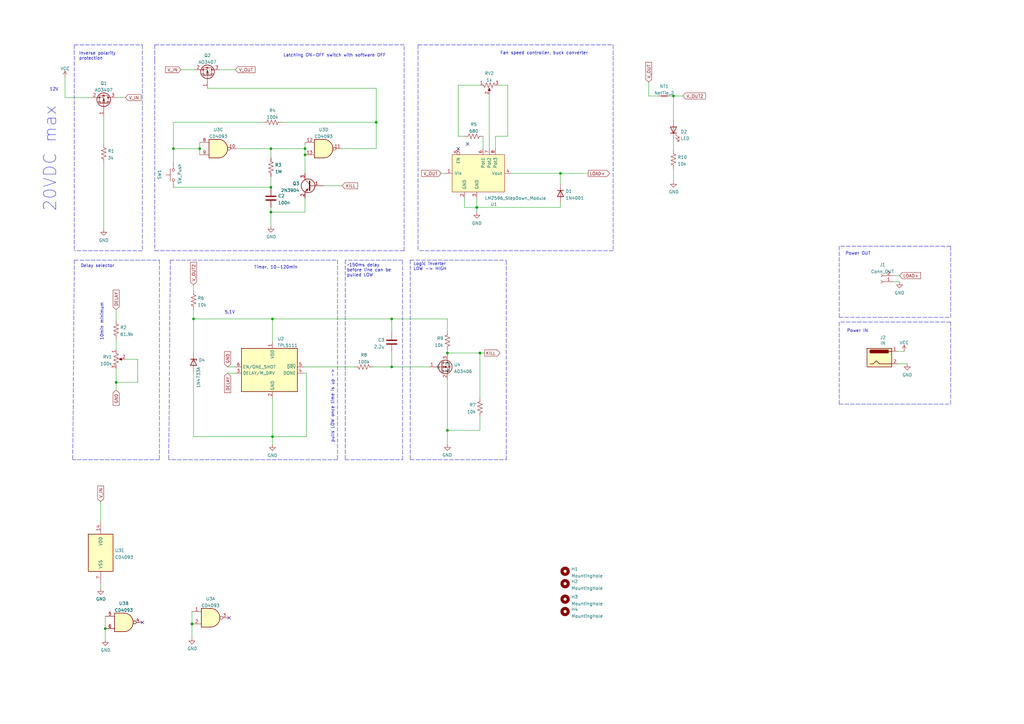
<source format=kicad_sch>
(kicad_sch (version 20211123) (generator eeschema)
  (paper "A3")
  (lib_symbols
    (symbol "!my-kicad-library:AO3406"
      (property "Reference" "U" (at -1.27 -5.08 0))
      (property "Value" "AO3406" (at 5.08 -2.54 0))
      (symbol "AO3406_0_1"
        (circle (center -0.889 0) (radius 2.794) (stroke (width 0.254)))
        (circle (center 0 -1.778) (radius 0.254) (fill (type outline)))
        (polyline (pts (xy -2.286 0) (xy -5.08 0)))
        (polyline (pts (xy -2.286 1.905) (xy -2.286 -1.905)) (stroke (width 0.254)))
        (polyline (pts (xy -1.778 -1.27) (xy -1.778 -2.286)) (stroke (width 0.254)))
        (polyline (pts (xy -1.778 0.508) (xy -1.778 -0.508)) (stroke (width 0.254)))
        (polyline (pts (xy -1.778 2.286) (xy -1.778 1.27)) (stroke (width 0.254)))
        (polyline (pts (xy 0 2.54) (xy 0 1.778)))
        (polyline (pts (xy 0 -2.54) (xy 0 0) (xy -1.778 0)))
        (polyline (pts (xy -1.778 -1.778) (xy 0.762 -1.778) (xy 0.762 1.778) (xy -1.778 1.778)))
        (polyline (pts (xy -1.524 0) (xy -0.508 0.381) (xy -0.508 -0.381) (xy -1.524 0)) (fill (type outline)))
        (polyline (pts (xy 0.254 0.508) (xy 0.381 0.381) (xy 1.143 0.381) (xy 1.27 0.254)))
        (polyline (pts (xy 0.762 0.381) (xy 0.381 -0.254) (xy 1.143 -0.254) (xy 0.762 0.381)))
        (circle (center 0 1.778) (radius 0.254) (fill (type outline)))
      )
      (symbol "AO3406_1_1"
        (pin input line (at -7.62 0 0) (length 2.54) (name "G") (number "1"))
        (pin passive line (at 0 -5.08 90) (length 2.54) (name "S") (number "2"))
        (pin passive line (at 0 5.08 270) (length 2.54) (name "D") (number "3"))
      )
    )
    (symbol "!my-kicad-library:LM2596_StepDown_Module" (pin_names (offset 1.016))
      (property "Reference" "U" (at 1.27 3.81 0))
      (property "Value" "LM2596_StepDown_Module" (at 0 20.32 0))
      (symbol "LM2596_StepDown_Module_0_1"
        (rectangle (start -7.62 10.16) (end 13.97 -5.08) (fill (type background)))
      )
      (symbol "LM2596_StepDown_Module_1_1"
        (pin power_in line (at -10.16 2.54 0) (length 2.54) (name "Vin") (number "1"))
        (pin power_in line (at -2.54 -7.62 90) (length 2.54) (name "GND") (number "2"))
        (pin power_in line (at 2.54 -7.62 90) (length 2.54) (name "GND") (number "3"))
        (pin power_out line (at 16.51 2.54 180) (length 2.54) (name "Vout") (number "4"))
        (pin input inverted (at -5.08 12.7 270) (length 2.54) (name "EN") (number "5"))
        (pin input line (at 5.08 12.7 270) (length 2.54) (name "Pot1") (number "6"))
        (pin input line (at 7.62 12.7 270) (length 2.54) (name "Pot2") (number "7"))
        (pin input line (at 10.16 12.7 270) (length 2.54) (name "Pot3") (number "8"))
      )
    )
    (symbol "4xxx:4011" (pin_names (offset 1.016))
      (property "Reference" "U" (at 0 1.27 0))
      (property "Value" "4011" (at 0 -1.27 0))
      (symbol "4011_1_1"
        (arc (start 0 -3.81) (mid 3.81 0) (end 0 3.81) (stroke (width 0.254)) (fill (type background)))
        (polyline (pts (xy 0 3.81) (xy -3.81 3.81) (xy -3.81 -3.81) (xy 0 -3.81)) (stroke (width 0.254)) (fill (type background)))
        (pin input line (at -7.62 2.54 0) (length 3.81) (name "~") (number "1"))
        (pin input line (at -7.62 -2.54 0) (length 3.81) (name "~") (number "2"))
        (pin output inverted (at 7.62 0 180) (length 3.81) (name "~") (number "3"))
      )
      (symbol "4011_1_2"
        (arc (start -3.81 -3.81) (mid -2.589 0) (end -3.81 3.81) (stroke (width 0.254)))
        (arc (start -0.6096 -3.81) (mid 2.1855 -2.584) (end 3.81 0) (stroke (width 0.254)) (fill (type background)))
        (polyline (pts (xy -3.81 -3.81) (xy -0.635 -3.81)) (stroke (width 0.254)) (fill (type background)))
        (polyline (pts (xy -3.81 3.81) (xy -0.635 3.81)) (stroke (width 0.254)) (fill (type background)))
        (polyline (pts (xy -0.635 3.81) (xy -3.81 3.81) (xy -3.81 3.81) (xy -3.556 3.4036) (xy -3.0226 2.2606) (xy -2.6924 1.0414) (xy -2.6162 -0.254) (xy -2.7686 -1.4986) (xy -3.175 -2.7178) (xy -3.81 -3.81) (xy -3.81 -3.81) (xy -0.635 -3.81)) (stroke (width -25.4)) (fill (type background)))
        (arc (start 3.81 0) (mid 2.1928 2.5925) (end -0.6096 3.81) (stroke (width 0.254)) (fill (type background)))
        (pin input inverted (at -7.62 2.54 0) (length 4.318) (name "~") (number "1"))
        (pin input inverted (at -7.62 -2.54 0) (length 4.318) (name "~") (number "2"))
        (pin output line (at 7.62 0 180) (length 3.81) (name "~") (number "3"))
      )
      (symbol "4011_2_1"
        (arc (start 0 -3.81) (mid 3.81 0) (end 0 3.81) (stroke (width 0.254)) (fill (type background)))
        (polyline (pts (xy 0 3.81) (xy -3.81 3.81) (xy -3.81 -3.81) (xy 0 -3.81)) (stroke (width 0.254)) (fill (type background)))
        (pin output inverted (at 7.62 0 180) (length 3.81) (name "~") (number "4"))
        (pin input line (at -7.62 2.54 0) (length 3.81) (name "~") (number "5"))
        (pin input line (at -7.62 -2.54 0) (length 3.81) (name "~") (number "6"))
      )
      (symbol "4011_2_2"
        (arc (start -3.81 -3.81) (mid -2.589 0) (end -3.81 3.81) (stroke (width 0.254)))
        (arc (start -0.6096 -3.81) (mid 2.1855 -2.584) (end 3.81 0) (stroke (width 0.254)) (fill (type background)))
        (polyline (pts (xy -3.81 -3.81) (xy -0.635 -3.81)) (stroke (width 0.254)) (fill (type background)))
        (polyline (pts (xy -3.81 3.81) (xy -0.635 3.81)) (stroke (width 0.254)) (fill (type background)))
        (polyline (pts (xy -0.635 3.81) (xy -3.81 3.81) (xy -3.81 3.81) (xy -3.556 3.4036) (xy -3.0226 2.2606) (xy -2.6924 1.0414) (xy -2.6162 -0.254) (xy -2.7686 -1.4986) (xy -3.175 -2.7178) (xy -3.81 -3.81) (xy -3.81 -3.81) (xy -0.635 -3.81)) (stroke (width -25.4)) (fill (type background)))
        (arc (start 3.81 0) (mid 2.1928 2.5925) (end -0.6096 3.81) (stroke (width 0.254)) (fill (type background)))
        (pin output line (at 7.62 0 180) (length 3.81) (name "~") (number "4"))
        (pin input inverted (at -7.62 2.54 0) (length 4.318) (name "~") (number "5"))
        (pin input inverted (at -7.62 -2.54 0) (length 4.318) (name "~") (number "6"))
      )
      (symbol "4011_3_1"
        (arc (start 0 -3.81) (mid 3.81 0) (end 0 3.81) (stroke (width 0.254)) (fill (type background)))
        (polyline (pts (xy 0 3.81) (xy -3.81 3.81) (xy -3.81 -3.81) (xy 0 -3.81)) (stroke (width 0.254)) (fill (type background)))
        (pin output inverted (at 7.62 0 180) (length 3.81) (name "~") (number "10"))
        (pin input line (at -7.62 2.54 0) (length 3.81) (name "~") (number "8"))
        (pin input line (at -7.62 -2.54 0) (length 3.81) (name "~") (number "9"))
      )
      (symbol "4011_3_2"
        (arc (start -3.81 -3.81) (mid -2.589 0) (end -3.81 3.81) (stroke (width 0.254)))
        (arc (start -0.6096 -3.81) (mid 2.1855 -2.584) (end 3.81 0) (stroke (width 0.254)) (fill (type background)))
        (polyline (pts (xy -3.81 -3.81) (xy -0.635 -3.81)) (stroke (width 0.254)) (fill (type background)))
        (polyline (pts (xy -3.81 3.81) (xy -0.635 3.81)) (stroke (width 0.254)) (fill (type background)))
        (polyline (pts (xy -0.635 3.81) (xy -3.81 3.81) (xy -3.81 3.81) (xy -3.556 3.4036) (xy -3.0226 2.2606) (xy -2.6924 1.0414) (xy -2.6162 -0.254) (xy -2.7686 -1.4986) (xy -3.175 -2.7178) (xy -3.81 -3.81) (xy -3.81 -3.81) (xy -0.635 -3.81)) (stroke (width -25.4)) (fill (type background)))
        (arc (start 3.81 0) (mid 2.1928 2.5925) (end -0.6096 3.81) (stroke (width 0.254)) (fill (type background)))
        (pin output line (at 7.62 0 180) (length 3.81) (name "~") (number "10"))
        (pin input inverted (at -7.62 2.54 0) (length 4.318) (name "~") (number "8"))
        (pin input inverted (at -7.62 -2.54 0) (length 4.318) (name "~") (number "9"))
      )
      (symbol "4011_4_1"
        (arc (start 0 -3.81) (mid 3.81 0) (end 0 3.81) (stroke (width 0.254)) (fill (type background)))
        (polyline (pts (xy 0 3.81) (xy -3.81 3.81) (xy -3.81 -3.81) (xy 0 -3.81)) (stroke (width 0.254)) (fill (type background)))
        (pin output inverted (at 7.62 0 180) (length 3.81) (name "~") (number "11"))
        (pin input line (at -7.62 2.54 0) (length 3.81) (name "~") (number "12"))
        (pin input line (at -7.62 -2.54 0) (length 3.81) (name "~") (number "13"))
      )
      (symbol "4011_4_2"
        (arc (start -3.81 -3.81) (mid -2.589 0) (end -3.81 3.81) (stroke (width 0.254)))
        (arc (start -0.6096 -3.81) (mid 2.1855 -2.584) (end 3.81 0) (stroke (width 0.254)) (fill (type background)))
        (polyline (pts (xy -3.81 -3.81) (xy -0.635 -3.81)) (stroke (width 0.254)) (fill (type background)))
        (polyline (pts (xy -3.81 3.81) (xy -0.635 3.81)) (stroke (width 0.254)) (fill (type background)))
        (polyline (pts (xy -0.635 3.81) (xy -3.81 3.81) (xy -3.81 3.81) (xy -3.556 3.4036) (xy -3.0226 2.2606) (xy -2.6924 1.0414) (xy -2.6162 -0.254) (xy -2.7686 -1.4986) (xy -3.175 -2.7178) (xy -3.81 -3.81) (xy -3.81 -3.81) (xy -0.635 -3.81)) (stroke (width -25.4)) (fill (type background)))
        (arc (start 3.81 0) (mid 2.1928 2.5925) (end -0.6096 3.81) (stroke (width 0.254)) (fill (type background)))
        (pin output line (at 7.62 0 180) (length 3.81) (name "~") (number "11"))
        (pin input inverted (at -7.62 2.54 0) (length 4.318) (name "~") (number "12"))
        (pin input inverted (at -7.62 -2.54 0) (length 4.318) (name "~") (number "13"))
      )
      (symbol "4011_5_0"
        (pin power_in line (at 0 12.7 270) (length 5.08) (name "VDD") (number "14"))
        (pin power_in line (at 0 -12.7 90) (length 5.08) (name "VSS") (number "7"))
      )
      (symbol "4011_5_1"
        (rectangle (start -5.08 7.62) (end 5.08 -7.62) (stroke (width 0.254)) (fill (type background)))
      )
    )
    (symbol "Connector:Barrel_Jack" (pin_names (offset 1.016))
      (property "Reference" "J" (at 0 5.334 0))
      (property "Value" "Barrel_Jack" (at 0 -5.08 0))
      (symbol "Barrel_Jack_0_1"
        (rectangle (start -5.08 3.81) (end 5.08 -3.81) (stroke (width 0.254)) (fill (type background)))
        (arc (start -3.302 3.175) (mid -3.937 2.54) (end -3.302 1.905) (stroke (width 0.254)))
        (arc (start -3.302 3.175) (mid -3.937 2.54) (end -3.302 1.905) (stroke (width 0.254)) (fill (type outline)))
        (polyline (pts (xy 5.08 2.54) (xy 3.81 2.54)) (stroke (width 0.254)))
        (polyline (pts (xy -3.81 -2.54) (xy -2.54 -2.54) (xy -1.27 -1.27) (xy 0 -2.54) (xy 2.54 -2.54) (xy 5.08 -2.54)) (stroke (width 0.254)))
        (rectangle (start 3.683 3.175) (end -3.302 1.905) (stroke (width 0.254)) (fill (type outline)))
      )
      (symbol "Barrel_Jack_1_1"
        (pin passive line (at 7.62 2.54 180) (length 2.54) (name "~") (number "1"))
        (pin passive line (at 7.62 -2.54 180) (length 2.54) (name "~") (number "2"))
      )
    )
    (symbol "Connector:Conn_01x02_Female" (pin_names (offset 1.016) hide)
      (property "Reference" "J" (at 0 2.54 0))
      (property "Value" "Conn_01x02_Female" (at 0 -5.08 0))
      (symbol "Conn_01x02_Female_1_1"
        (arc (start 0 -2.032) (mid -0.508 -2.54) (end 0 -3.048) (stroke (width 0.1524)))
        (polyline (pts (xy -1.27 -2.54) (xy -0.508 -2.54)) (stroke (width 0.1524)))
        (polyline (pts (xy -1.27 0) (xy -0.508 0)) (stroke (width 0.1524)))
        (arc (start 0 0.508) (mid -0.508 0) (end 0 -0.508) (stroke (width 0.1524)))
        (pin passive line (at -5.08 0 0) (length 3.81) (name "Pin_1") (number "1"))
        (pin passive line (at -5.08 -2.54 0) (length 3.81) (name "Pin_2") (number "2"))
      )
    )
    (symbol "Device:C" (pin_numbers hide) (pin_names (offset 0.254))
      (property "Reference" "C" (at 0.635 2.54 0))
      (property "Value" "C" (at 0.635 -2.54 0))
      (symbol "C_0_1"
        (polyline (pts (xy -2.032 -0.762) (xy 2.032 -0.762)) (stroke (width 0.508)))
        (polyline (pts (xy -2.032 0.762) (xy 2.032 0.762)) (stroke (width 0.508)))
      )
      (symbol "C_1_1"
        (pin passive line (at 0 3.81 270) (length 2.794) (name "~") (number "1"))
        (pin passive line (at 0 -3.81 90) (length 2.794) (name "~") (number "2"))
      )
    )
    (symbol "Device:LED" (pin_numbers hide) (pin_names (offset 1.016) hide)
      (property "Reference" "D" (at 0 2.54 0))
      (property "Value" "LED" (at 0 -2.54 0))
      (symbol "LED_0_1"
        (polyline (pts (xy -1.27 -1.27) (xy -1.27 1.27)) (stroke (width 0.254)))
        (polyline (pts (xy -1.27 0) (xy 1.27 0)))
        (polyline (pts (xy 1.27 -1.27) (xy 1.27 1.27) (xy -1.27 0) (xy 1.27 -1.27)) (stroke (width 0.254)))
        (polyline (pts (xy -3.048 -0.762) (xy -4.572 -2.286) (xy -3.81 -2.286) (xy -4.572 -2.286) (xy -4.572 -1.524)))
        (polyline (pts (xy -1.778 -0.762) (xy -3.302 -2.286) (xy -2.54 -2.286) (xy -3.302 -2.286) (xy -3.302 -1.524)))
      )
      (symbol "LED_1_1"
        (pin passive line (at -3.81 0 0) (length 2.54) (name "K") (number "1"))
        (pin passive line (at 3.81 0 180) (length 2.54) (name "A") (number "2"))
      )
    )
    (symbol "Device:NetTie_2" (pin_numbers hide) (pin_names (offset 0) hide)
      (property "Reference" "NT" (at 0 1.27 0))
      (property "Value" "NetTie_2" (at 0 -1.27 0))
      (symbol "NetTie_2_0_1"
        (polyline (pts (xy -1.27 0) (xy 1.27 0)) (stroke (width 0.254)))
      )
      (symbol "NetTie_2_1_1"
        (pin passive line (at -2.54 0 0) (length 2.54) (name "1") (number "1"))
        (pin passive line (at 2.54 0 180) (length 2.54) (name "2") (number "2"))
      )
    )
    (symbol "Device:Q_NPN_BEC" (pin_names (offset 0) hide)
      (property "Reference" "Q" (at 5.08 1.27 0))
      (property "Value" "Q_NPN_BEC" (at 5.08 -1.27 0))
      (symbol "Q_NPN_BEC_0_1"
        (polyline (pts (xy 0.635 0.635) (xy 2.54 2.54)))
        (polyline (pts (xy 0.635 -0.635) (xy 2.54 -2.54) (xy 2.54 -2.54)))
        (polyline (pts (xy 0.635 1.905) (xy 0.635 -1.905) (xy 0.635 -1.905)) (stroke (width 0.508)))
        (polyline (pts (xy 1.27 -1.778) (xy 1.778 -1.27) (xy 2.286 -2.286) (xy 1.27 -1.778) (xy 1.27 -1.778)) (fill (type outline)))
        (circle (center 1.27 0) (radius 2.8194) (stroke (width 0.254)))
      )
      (symbol "Q_NPN_BEC_1_1"
        (pin input line (at -5.08 0 0) (length 5.715) (name "B") (number "1"))
        (pin passive line (at 2.54 -5.08 90) (length 2.54) (name "E") (number "2"))
        (pin passive line (at 2.54 5.08 270) (length 2.54) (name "C") (number "3"))
      )
    )
    (symbol "Device:R_Potentiometer_US" (pin_names (offset 1.016) hide)
      (property "Reference" "RV" (at -4.445 0 90))
      (property "Value" "R_Potentiometer_US" (at -2.54 0 90))
      (symbol "R_Potentiometer_US_0_1"
        (polyline (pts (xy 0 -2.286) (xy 0 -2.54)))
        (polyline (pts (xy 0 2.54) (xy 0 2.286)))
        (polyline (pts (xy 2.54 0) (xy 1.524 0)))
        (polyline (pts (xy 1.143 0) (xy 2.286 0.508) (xy 2.286 -0.508) (xy 1.143 0)) (fill (type outline)))
        (polyline (pts (xy 0 -0.762) (xy 1.016 -1.143) (xy 0 -1.524) (xy -1.016 -1.905) (xy 0 -2.286)))
        (polyline (pts (xy 0 0.762) (xy 1.016 0.381) (xy 0 0) (xy -1.016 -0.381) (xy 0 -0.762)))
        (polyline (pts (xy 0 2.286) (xy 1.016 1.905) (xy 0 1.524) (xy -1.016 1.143) (xy 0 0.762)))
      )
      (symbol "R_Potentiometer_US_1_1"
        (pin passive line (at 0 3.81 270) (length 1.27) (name "1") (number "1"))
        (pin passive line (at 3.81 0 180) (length 1.27) (name "2") (number "2"))
        (pin passive line (at 0 -3.81 90) (length 1.27) (name "3") (number "3"))
      )
    )
    (symbol "Device:R_US" (pin_numbers hide) (pin_names (offset 0))
      (property "Reference" "R" (at 2.54 0 90))
      (property "Value" "R_US" (at -2.54 0 90))
      (symbol "R_US_0_1"
        (polyline (pts (xy 0 -2.286) (xy 0 -2.54)))
        (polyline (pts (xy 0 2.286) (xy 0 2.54)))
        (polyline (pts (xy 0 -0.762) (xy 1.016 -1.143) (xy 0 -1.524) (xy -1.016 -1.905) (xy 0 -2.286)))
        (polyline (pts (xy 0 0.762) (xy 1.016 0.381) (xy 0 0) (xy -1.016 -0.381) (xy 0 -0.762)))
        (polyline (pts (xy 0 2.286) (xy 1.016 1.905) (xy 0 1.524) (xy -1.016 1.143) (xy 0 0.762)))
      )
      (symbol "R_US_1_1"
        (pin passive line (at 0 3.81 270) (length 1.27) (name "~") (number "1"))
        (pin passive line (at 0 -3.81 90) (length 1.27) (name "~") (number "2"))
      )
    )
    (symbol "Diode:1N4001" (pin_numbers hide) (pin_names (offset 1.016) hide)
      (property "Reference" "D" (at 0 2.54 0))
      (property "Value" "1N4001" (at 0 -2.54 0))
      (symbol "1N4001_0_1"
        (polyline (pts (xy -1.27 1.27) (xy -1.27 -1.27)) (stroke (width 0.254)))
        (polyline (pts (xy 1.27 0) (xy -1.27 0)))
        (polyline (pts (xy 1.27 1.27) (xy 1.27 -1.27) (xy -1.27 0) (xy 1.27 1.27)) (stroke (width 0.254)))
      )
      (symbol "1N4001_1_1"
        (pin passive line (at -3.81 0 0) (length 2.54) (name "K") (number "1"))
        (pin passive line (at 3.81 0 180) (length 2.54) (name "A") (number "2"))
      )
    )
    (symbol "Diode:1N47xxA" (pin_numbers hide) (pin_names (offset 1.016) hide)
      (property "Reference" "D" (at 0 2.54 0))
      (property "Value" "1N47xxA" (at 0 -2.54 0))
      (symbol "1N47xxA_0_1"
        (polyline (pts (xy 1.27 0) (xy -1.27 0)))
        (polyline (pts (xy -1.27 -1.27) (xy -1.27 1.27) (xy -0.762 1.27)) (stroke (width 0.254)))
        (polyline (pts (xy 1.27 -1.27) (xy 1.27 1.27) (xy -1.27 0) (xy 1.27 -1.27)) (stroke (width 0.254)))
      )
      (symbol "1N47xxA_1_1"
        (pin passive line (at -3.81 0 0) (length 2.54) (name "K") (number "1"))
        (pin passive line (at 3.81 0 180) (length 2.54) (name "A") (number "2"))
      )
    )
    (symbol "Mechanical:MountingHole" (pin_names (offset 1.016))
      (property "Reference" "H" (at 0 5.08 0))
      (property "Value" "MountingHole" (at 0 3.175 0))
      (symbol "MountingHole_0_1"
        (circle (center 0 0) (radius 1.27) (stroke (width 1.27)))
      )
    )
    (symbol "Switch:SW_Push" (pin_numbers hide) (pin_names (offset 1.016) hide)
      (property "Reference" "SW" (at 1.27 2.54 0))
      (property "Value" "SW_Push" (at 0 -1.524 0))
      (symbol "SW_Push_0_1"
        (circle (center -2.032 0) (radius 0.508))
        (polyline (pts (xy 0 1.27) (xy 0 3.048)))
        (polyline (pts (xy 2.54 1.27) (xy -2.54 1.27)))
        (circle (center 2.032 0) (radius 0.508))
        (pin passive line (at -5.08 0 0) (length 2.54) (name "1") (number "1"))
        (pin passive line (at 5.08 0 180) (length 2.54) (name "2") (number "2"))
      )
    )
    (symbol "Timer:TPL5111"
      (property "Reference" "U" (at -11.43 11.43 0))
      (property "Value" "TPL5111" (at 6.35 11.43 0))
      (symbol "TPL5111_0_1"
        (rectangle (start -12.7 10.16) (end 10.16 -7.62) (stroke (width 0.254)) (fill (type background)))
      )
      (symbol "TPL5111_1_1"
        (pin power_in line (at 0 12.7 270) (length 2.54) (name "VDD") (number "1"))
        (pin power_in line (at 0 -10.16 90) (length 2.54) (name "GND") (number "2"))
        (pin input line (at -15.24 0 0) (length 2.54) (name "DELAY/M_DRV") (number "3"))
        (pin input line (at 12.7 0 180) (length 2.54) (name "DONE") (number "4"))
        (pin output line (at 12.7 2.54 180) (length 2.54) (name "~{DRV}") (number "5"))
        (pin input line (at -15.24 2.54 0) (length 2.54) (name "EN/ONE_SHOT") (number "6"))
      )
    )
    (symbol "Transistor_FET:AO3407" (pin_names hide)
      (property "Reference" "Q" (at 5.08 1.905 0))
      (property "Value" "AO3407" (at 5.08 0 0))
      (symbol "AO3407_0_1"
        (polyline (pts (xy 0.254 0) (xy -2.54 0)))
        (polyline (pts (xy 0.254 1.905) (xy 0.254 -1.905)) (stroke (width 0.254)))
        (polyline (pts (xy 0.762 -1.27) (xy 0.762 -2.286)) (stroke (width 0.254)))
        (polyline (pts (xy 0.762 0.508) (xy 0.762 -0.508)) (stroke (width 0.254)))
        (polyline (pts (xy 0.762 2.286) (xy 0.762 1.27)) (stroke (width 0.254)))
        (polyline (pts (xy 2.54 2.54) (xy 2.54 1.778)))
        (polyline (pts (xy 2.54 -2.54) (xy 2.54 0) (xy 0.762 0)))
        (polyline (pts (xy 0.762 1.778) (xy 3.302 1.778) (xy 3.302 -1.778) (xy 0.762 -1.778)))
        (polyline (pts (xy 2.286 0) (xy 1.27 0.381) (xy 1.27 -0.381) (xy 2.286 0)) (fill (type outline)))
        (polyline (pts (xy 2.794 -0.508) (xy 2.921 -0.381) (xy 3.683 -0.381) (xy 3.81 -0.254)))
        (polyline (pts (xy 3.302 -0.381) (xy 2.921 0.254) (xy 3.683 0.254) (xy 3.302 -0.381)))
        (circle (center 1.651 0) (radius 2.794) (stroke (width 0.254)))
        (circle (center 2.54 -1.778) (radius 0.254) (fill (type outline)))
        (circle (center 2.54 1.778) (radius 0.254) (fill (type outline)))
      )
      (symbol "AO3407_1_1"
        (pin input line (at -5.08 0 0) (length 2.54) (name "G") (number "1"))
        (pin passive line (at 2.54 -5.08 90) (length 2.54) (name "S") (number "2"))
        (pin passive line (at 2.54 5.08 270) (length 2.54) (name "D") (number "3"))
      )
    )
    (symbol "power:GND" (power) (pin_names (offset 0))
      (property "Value" "GND" (at 0 -3.81 0))
      (symbol "GND_0_1"
        (polyline (pts (xy 0 0) (xy 0 -1.27) (xy 1.27 -1.27) (xy 0 -2.54) (xy -1.27 -1.27) (xy 0 -1.27)))
      )
      (symbol "GND_1_1"
        (pin power_in line (at 0 0 270) (length 0) hide (name "GND") (number "1"))
      )
    )
    (symbol "power:VCC" (power) (pin_names (offset 0))
      (property "Value" "VCC" (at 0 3.81 0))
      (symbol "VCC_0_1"
        (polyline (pts (xy -0.762 1.27) (xy 0 2.54)))
        (polyline (pts (xy 0 0) (xy 0 2.54)))
        (polyline (pts (xy 0 2.54) (xy 0.762 1.27)))
      )
      (symbol "VCC_1_1"
        (pin power_in line (at 0 0 90) (length 0) hide (name "VCC") (number "1"))
      )
    )
  )
  (junction (at 160.655 130.81))
  (junction (at 79.375 130.81))
  (junction (at 154.305 50.165))
  (junction (at 276.225 39.37))
  (junction (at 183.515 176.53))
  (junction (at 111.125 76.835))
  (junction (at 196.85 144.78))
  (junction (at 111.125 86.995))
  (junction (at 195.58 85.09))
  (junction (at 125.095 60.96))
  (junction (at 43.18 257.81))
  (junction (at 229.87 71.12))
  (junction (at 125.095 63.5))
  (junction (at 111.76 130.81))
  (junction (at 71.12 60.96))
  (junction (at 111.76 179.07))
  (junction (at 183.515 144.78))
  (junction (at 111.125 60.96))
  (junction (at 47.625 156.845))
  (junction (at 81.915 60.96))
  (junction (at 78.74 255.905))
  (junction (at 160.655 150.495))
  (no_connect (at 58.42 255.27))
  (no_connect (at 93.98 253.365))
  (no_connect (at 191.77 59.055))
  (no_connect (at 187.96 60.96))
  (wire (pts (xy 160.655 150.495) (xy 175.895 150.495)))
  (wire (pts (xy 111.125 86.995) (xy 111.125 92.71)))
  (wire (pts (xy 125.095 58.42) (xy 125.095 60.96)))
  (wire (pts (xy 93.345 153.035) (xy 96.52 153.035)))
  (wire (pts (xy 187.96 34.925) (xy 196.85 34.925)))
  (polyline (pts (xy 171.45 18.415) (xy 171.45 102.87)))
  (wire (pts (xy 111.76 179.07) (xy 111.76 163.195)))
  (wire (pts (xy 195.58 85.09) (xy 190.5 85.09)))
  (wire (pts (xy 41.275 205.74) (xy 41.275 213.995)))
  (wire (pts (xy 183.515 176.53) (xy 183.515 155.575)))
  (wire (pts (xy 366.395 115.57) (xy 368.935 115.57)))
  (wire (pts (xy 229.87 71.12) (xy 241.3 71.12)))
  (wire (pts (xy 42.545 47.625) (xy 42.545 59.055)))
  (wire (pts (xy 183.515 144.78) (xy 196.85 144.78)))
  (wire (pts (xy 79.375 130.81) (xy 79.375 144.78)))
  (wire (pts (xy 43.18 252.73) (xy 43.18 257.81)))
  (wire (pts (xy 266.065 33.655) (xy 266.065 39.37)))
  (polyline (pts (xy 69.85 106.68) (xy 69.215 188.595)))
  (polyline (pts (xy 58.42 18.415) (xy 58.42 102.87)))
  (wire (pts (xy 183.515 143.51) (xy 183.515 144.78)))
  (wire (pts (xy 51.435 147.32) (xy 56.515 147.32)))
  (polyline (pts (xy 65.405 188.595) (xy 29.845 188.595)))
  (polyline (pts (xy 389.89 100.965) (xy 344.17 100.965)))
  (wire (pts (xy 229.87 71.12) (xy 209.55 71.12)))
  (wire (pts (xy 111.125 86.995) (xy 111.125 85.09)))
  (wire (pts (xy 180.975 71.12) (xy 182.88 71.12)))
  (polyline (pts (xy 389.89 165.735) (xy 389.89 132.08)))
  (wire (pts (xy 111.76 130.81) (xy 160.655 130.81)))
  (wire (pts (xy 276.225 39.37) (xy 276.225 49.53)))
  (wire (pts (xy 125.73 153.035) (xy 124.46 153.035)))
  (wire (pts (xy 195.58 81.28) (xy 195.58 85.09)))
  (wire (pts (xy 266.065 39.37) (xy 269.875 39.37)))
  (wire (pts (xy 229.87 85.09) (xy 195.58 85.09)))
  (polyline (pts (xy 165.735 18.415) (xy 63.5 18.415)))
  (polyline (pts (xy 168.275 188.595) (xy 207.645 188.595)))
  (wire (pts (xy 208.28 34.925) (xy 204.47 34.925)))
  (wire (pts (xy 183.515 144.78) (xy 183.515 145.415)))
  (wire (pts (xy 41.275 241.3) (xy 41.275 239.395)))
  (wire (pts (xy 79.375 152.4) (xy 79.375 179.07)))
  (wire (pts (xy 71.12 66.675) (xy 71.12 60.96)))
  (wire (pts (xy 111.76 182.245) (xy 111.76 179.07)))
  (polyline (pts (xy 251.46 102.87) (xy 171.45 102.87)))
  (polyline (pts (xy 165.1 188.595) (xy 165.1 106.68)))
  (polyline (pts (xy 389.89 132.08) (xy 344.17 132.08)))
  (wire (pts (xy 154.305 50.165) (xy 154.305 60.96)))
  (polyline (pts (xy 251.46 18.415) (xy 251.46 102.87)))
  (wire (pts (xy 47.625 139.065) (xy 47.625 143.51)))
  (wire (pts (xy 111.76 130.81) (xy 111.76 140.335)))
  (wire (pts (xy 160.655 136.525) (xy 160.655 130.81)))
  (wire (pts (xy 124.46 150.495) (xy 145.415 150.495)))
  (wire (pts (xy 196.85 144.78) (xy 198.755 144.78)))
  (wire (pts (xy 74.295 28.575) (xy 80.01 28.575)))
  (wire (pts (xy 125.73 179.07) (xy 111.76 179.07)))
  (polyline (pts (xy 165.735 102.87) (xy 165.735 18.415)))
  (wire (pts (xy 125.095 81.28) (xy 125.095 86.995)))
  (wire (pts (xy 229.87 83.185) (xy 229.87 85.09)))
  (wire (pts (xy 153.035 150.495) (xy 160.655 150.495)))
  (polyline (pts (xy 141.605 106.68) (xy 141.605 188.595)))
  (wire (pts (xy 47.625 160.02) (xy 47.625 156.845)))
  (wire (pts (xy 276.225 69.215) (xy 276.225 74.295)))
  (wire (pts (xy 79.375 130.81) (xy 111.76 130.81)))
  (wire (pts (xy 111.125 76.835) (xy 71.12 76.835)))
  (polyline (pts (xy 65.405 106.68) (xy 65.405 188.595)))
  (wire (pts (xy 132.715 76.2) (xy 140.335 76.2)))
  (wire (pts (xy 125.095 63.5) (xy 125.095 71.12)))
  (polyline (pts (xy 141.605 188.595) (xy 165.1 188.595)))
  (wire (pts (xy 208.28 55.88) (xy 208.28 34.925)))
  (wire (pts (xy 56.515 156.845) (xy 47.625 156.845)))
  (wire (pts (xy 196.85 163.195) (xy 196.85 144.78)))
  (wire (pts (xy 370.84 144.145) (xy 368.3 144.145)))
  (wire (pts (xy 190.5 55.88) (xy 187.96 55.88)))
  (wire (pts (xy 203.2 55.88) (xy 203.2 60.96)))
  (wire (pts (xy 81.915 58.42) (xy 81.915 60.96)))
  (polyline (pts (xy 344.17 130.175) (xy 389.89 130.175)))
  (wire (pts (xy 71.12 50.165) (xy 71.12 60.96)))
  (wire (pts (xy 79.375 116.84) (xy 79.375 119.38)))
  (wire (pts (xy 47.625 127) (xy 47.625 131.445)))
  (polyline (pts (xy 344.17 165.735) (xy 389.89 165.735)))
  (wire (pts (xy 229.87 75.565) (xy 229.87 71.12)))
  (polyline (pts (xy 168.275 106.68) (xy 168.275 188.595)))
  (polyline (pts (xy 171.45 18.415) (xy 251.46 18.415)))
  (polyline (pts (xy 168.275 106.68) (xy 207.645 106.68)))
  (wire (pts (xy 93.345 150.495) (xy 96.52 150.495)))
  (wire (pts (xy 196.85 170.815) (xy 196.85 176.53)))
  (polyline (pts (xy 344.17 132.08) (xy 344.17 165.735)))
  (wire (pts (xy 160.655 130.81) (xy 183.515 130.81)))
  (polyline (pts (xy 30.48 106.68) (xy 65.405 106.68)))
  (wire (pts (xy 274.955 39.37) (xy 276.225 39.37)))
  (wire (pts (xy 97.155 60.96) (xy 111.125 60.96)))
  (wire (pts (xy 111.125 76.835) (xy 111.125 77.47)))
  (wire (pts (xy 125.095 86.995) (xy 111.125 86.995)))
  (wire (pts (xy 154.305 50.165) (xy 115.57 50.165)))
  (wire (pts (xy 190.5 81.28) (xy 190.5 85.09)))
  (wire (pts (xy 71.12 60.96) (xy 81.915 60.96)))
  (wire (pts (xy 276.225 39.37) (xy 280.035 39.37)))
  (wire (pts (xy 140.335 60.96) (xy 154.305 60.96)))
  (wire (pts (xy 183.515 135.89) (xy 183.515 130.81)))
  (wire (pts (xy 125.73 153.035) (xy 125.73 179.07)))
  (polyline (pts (xy 207.645 188.595) (xy 207.645 106.68)))
  (wire (pts (xy 125.095 60.96) (xy 125.095 63.5)))
  (wire (pts (xy 111.125 72.39) (xy 111.125 76.835)))
  (polyline (pts (xy 69.85 106.68) (xy 138.43 106.68)))
  (polyline (pts (xy 63.5 18.415) (xy 63.5 24.765)))
  (polyline (pts (xy 138.43 188.595) (xy 69.215 188.595)))
  (wire (pts (xy 42.545 93.98) (xy 42.545 66.675)))
  (wire (pts (xy 78.74 250.825) (xy 78.74 255.905)))
  (wire (pts (xy 200.66 38.735) (xy 200.66 60.96)))
  (wire (pts (xy 276.225 61.595) (xy 276.225 57.15)))
  (wire (pts (xy 107.95 50.165) (xy 71.12 50.165)))
  (polyline (pts (xy 63.5 102.87) (xy 165.735 102.87)))
  (wire (pts (xy 154.305 36.195) (xy 154.305 50.165)))
  (polyline (pts (xy 344.17 100.965) (xy 344.17 130.175)))
  (wire (pts (xy 203.2 55.88) (xy 208.28 55.88)))
  (polyline (pts (xy 30.48 106.68) (xy 29.845 188.595)))
  (wire (pts (xy 195.58 86.995) (xy 195.58 85.09)))
  (wire (pts (xy 26.67 31.75) (xy 26.67 40.005)))
  (wire (pts (xy 51.435 40.005) (xy 47.625 40.005)))
  (wire (pts (xy 196.85 176.53) (xy 183.515 176.53)))
  (polyline (pts (xy 389.89 130.175) (xy 389.89 100.965)))
  (wire (pts (xy 198.12 55.88) (xy 198.12 60.96)))
  (wire (pts (xy 366.395 113.03) (xy 368.935 113.03)))
  (polyline (pts (xy 138.43 106.68) (xy 138.43 188.595)))
  (wire (pts (xy 85.09 36.195) (xy 154.305 36.195)))
  (polyline (pts (xy 165.1 106.68) (xy 141.605 106.68)))
  (wire (pts (xy 79.375 179.07) (xy 111.76 179.07)))
  (wire (pts (xy 78.74 255.905) (xy 78.74 261.62)))
  (wire (pts (xy 43.18 257.81) (xy 43.18 262.255)))
  (polyline (pts (xy 58.42 102.87) (xy 30.48 102.87)))
  (wire (pts (xy 111.125 60.96) (xy 111.125 64.77)))
  (wire (pts (xy 160.655 144.145) (xy 160.655 150.495)))
  (polyline (pts (xy 63.5 24.765) (xy 63.5 102.87)))
  (wire (pts (xy 79.375 127) (xy 79.375 130.81)))
  (wire (pts (xy 56.515 147.32) (xy 56.515 156.845)))
  (wire (pts (xy 26.67 40.005) (xy 37.465 40.005)))
  (wire (pts (xy 96.52 28.575) (xy 90.17 28.575)))
  (wire (pts (xy 81.915 60.96) (xy 81.915 63.5)))
  (polyline (pts (xy 30.48 18.415) (xy 30.48 102.87)))
  (wire (pts (xy 111.125 60.96) (xy 125.095 60.96)))
  (polyline (pts (xy 30.48 18.415) (xy 58.42 18.415)))
  (wire (pts (xy 372.11 149.225) (xy 368.3 149.225)))
  (wire (pts (xy 183.515 182.245) (xy 183.515 176.53)))
  (wire (pts (xy 187.96 34.925) (xy 187.96 55.88)))
  (wire (pts (xy 47.625 156.845) (xy 47.625 151.13)))
  (text "Timer, 10-120min" (at 104.14 110.49 0) (effects (font (size 1.27 1.27)) (justify left bottom)))
  (text "5.1V" (at 92.075 128.905 0) (effects (font (size 1.27 1.27)) (justify left bottom)))
  (text "Delay selector" (at 33.02 109.855 0) (effects (font (size 1.27 1.27)) (justify left bottom)))
  (text "Power IN" (at 347.345 136.525 0) (effects (font (size 1.27 1.27)) (justify left bottom)))
  (text "Fan speed controller, buck converter" (at 205.105 22.5772 0) (effects (font (size 1.27 1.27)) (justify left bottom)))
  (text "Inverse polarity \nprotection" (at 32.385 24.765 0) (effects (font (size 1.27 1.27)) (justify left bottom)))
  (text "12V" (at 20.32 37.465 0) (effects (font (size 1.27 1.27)) (justify left bottom)))
  (text "10min minimum" (at 42.545 139.7 90) (effects (font (size 1.27 1.27)) (justify left bottom)))
  (text "Latching ON-OFF switch with software OFF" (at 116.205 23.495 0) (effects (font (size 1.27 1.27)) (justify left bottom)))
  (text "20VDC max" (at 23.495 86.995 90) (effects (font (size 5.08 5.08)) (justify left bottom)))
  (text "Power OUT" (at 346.71 104.775 0) (effects (font (size 1.27 1.27)) (justify left bottom)))
  (text "~150ms delay\nbefore line can be\npulled LOW" (at 142.24 113.665 0) (effects (font (size 1.27 1.27)) (justify left bottom)))
  (text "pulls LOW once time is up ->" (at 137.16 181.61 90) (effects (font (size 1.27 1.27)) (justify left bottom)))
  (text "Logic inverter\nLOW -> HIGH" (at 169.545 111.125 0) (effects (font (size 1.27 1.27)) (justify left bottom)))
  (global_label "V_IN" (shape input) (at 74.295 28.575 180) (property "Intersheet References" "${INTERSHEET_REFS}" (effects hide)))
  (global_label "GND" (shape input) (at 47.625 160.02 270) (property "Intersheet References" "${INTERSHEET_REFS}" (effects hide)))
  (global_label "V_OUT" (shape input) (at 180.975 71.12 180) (property "Intersheet References" "${INTERSHEET_REFS}" (effects hide)))
  (global_label "GND" (shape input) (at 93.345 150.495 90) (property "Intersheet References" "${INTERSHEET_REFS}" (effects hide)))
  (global_label "V_OUT2" (shape input) (at 79.375 116.84 90) (property "Intersheet References" "${INTERSHEET_REFS}" (effects hide)))
  (global_label "LOAD+" (shape output) (at 241.3 71.12 0) (property "Intersheet References" "${INTERSHEET_REFS}" (effects hide)))
  (global_label "V_IN" (shape input) (at 41.275 205.74 90) (property "Intersheet References" "${INTERSHEET_REFS}" (effects hide)))
  (global_label "V_OUT" (shape input) (at 266.065 33.655 90) (property "Intersheet References" "${INTERSHEET_REFS}" (effects hide)))
  (global_label "LOAD+" (shape input) (at 368.935 113.03 0) (property "Intersheet References" "${INTERSHEET_REFS}" (effects hide)))
  (global_label "DELAY" (shape input) (at 93.345 153.035 270) (property "Intersheet References" "${INTERSHEET_REFS}" (effects hide)))
  (global_label "V_IN" (shape input) (at 51.435 40.005 0) (property "Intersheet References" "${INTERSHEET_REFS}" (effects hide)))
  (global_label "KILL" (shape input) (at 140.335 76.2 0) (property "Intersheet References" "${INTERSHEET_REFS}" (effects hide)))
  (global_label "V_OUT" (shape input) (at 96.52 28.575 0) (property "Intersheet References" "${INTERSHEET_REFS}" (effects hide)))
  (global_label "DELAY" (shape input) (at 47.625 127 90) (property "Intersheet References" "${INTERSHEET_REFS}" (effects hide)))
  (global_label "V_OUT2" (shape input) (at 280.035 39.37 0) (property "Intersheet References" "${INTERSHEET_REFS}" (effects hide)))
  (global_label "KILL" (shape output) (at 198.755 144.78 0) (property "Intersheet References" "${INTERSHEET_REFS}" (effects hide)))
  (symbol (lib_id "Device:R_US") (at 111.76 50.165 90) (unit 1)
    (property "Reference" "R4" (at 111.76 45.3095 90))
    (property "Value" "100k" (at 111.76 48.0846 90))
    (property "Footprint" "Resistor_SMD:R_0805_2012Metric_Pad1.20x1.40mm_HandSolder" (effects hide))
  )
  (symbol (lib_id "Device:R_Potentiometer_US") (at 47.625 147.32 0) (unit 1)
    (property "Reference" "RV1" (at 45.9741 146.4115 0) (effects (justify right)))
    (property "Value" "100k" (at 45.9741 149.1866 0) (effects (justify right)))
    (property "Footprint" "!my-kicad-library:Potentiometer_RV09_Single_Vertical" (effects hide))
  )
  (symbol (lib_id "Switch:SW_Push") (at 71.12 71.755 90) (unit 1)
    (property "Reference" "SW1" (at 65.405 73.66 0) (effects (justify left)))
    (property "Value" "SW_Push" (at 73.66 75.565 0) (effects (justify left)))
    (property "Footprint" "Button_Switch_THT:SW_PUSH_6mm" (effects hide))
  )
  (symbol (lib_id "!my-kicad-library:AO3406") (at 183.515 150.495 0) (unit 1)
    (property "Reference" "U4" (at 186.1819 149.5865 0) (effects (justify left)))
    (property "Value" "AO3406" (at 186.1819 152.3616 0) (effects (justify left)))
    (property "Footprint" "Package_TO_SOT_SMD:SOT-23_Handsoldering" (effects hide))
    (property "Datasheet" "http://www.aosmd.com/pdfs/datasheet/ao3406.pdf" (effects hide))
  )
  (symbol (lib_id "Transistor_FET:AO3407") (at 85.09 31.115 270) (mirror x) (unit 1)
    (property "Reference" "Q2" (at 85.09 22.7035 90))
    (property "Value" "AO3407" (at 85.09 25.4786 90))
    (property "Footprint" "Package_TO_SOT_SMD:SOT-23_Handsoldering" (effects hide))
    (property "Datasheet" "http://www.aosmd.com/pdfs/datasheet/ao3407.pdf" (effects hide))
  )
  (symbol (lib_id "Device:R_US") (at 79.375 123.19 0) (unit 1)
    (property "Reference" "R6" (at 81.026 122.2815 0) (effects (justify left)))
    (property "Value" "10k" (at 81.026 125.0566 0) (effects (justify left)))
    (property "Footprint" "Resistor_SMD:R_0805_2012Metric_Pad1.20x1.40mm_HandSolder" (effects hide))
  )
  (symbol (lib_id "Mechanical:MountingHole") (at 231.775 239.395 0) (unit 1)
    (property "Reference" "H2" (at 234.315 238.4865 0) (effects (justify left)))
    (property "Value" "MountingHole" (at 234.315 241.2616 0) (effects (justify left)))
    (property "Footprint" "MountingHole:MountingHole_3.2mm_M3" (effects hide))
  )
  (symbol (lib_id "Mechanical:MountingHole") (at 231.775 250.825 0) (unit 1)
    (property "Reference" "H4" (at 234.315 249.9165 0) (effects (justify left)))
    (property "Value" "MountingHole" (at 234.315 252.6916 0) (effects (justify left)))
    (property "Footprint" "MountingHole:MountingHole_3.2mm_M3" (effects hide))
  )
  (symbol (lib_id "Device:LED") (at 276.225 53.34 90) (unit 1)
    (property "Reference" "D2" (at 279.146 54.019 90) (effects (justify right)))
    (property "Value" "LED" (at 279.146 56.7941 90) (effects (justify right)))
    (property "Footprint" "LED_THT:LED_D5.0mm" (effects hide))
  )
  (symbol (lib_id "4xxx:4011") (at 89.535 60.96 0) (unit 3)
    (property "Reference" "U3" (at 89.535 53.1835 0))
    (property "Value" "CD4093" (at 89.535 55.9586 0))
    (property "Footprint" "Package_SO:SOIC-14_3.9x8.7mm_P1.27mm" (effects hide))
    (property "Datasheet" "https://www.ti.com/lit/ds/symlink/cd4093b.pdf" (effects hide))
  )
  (symbol (lib_id "Device:R_US") (at 194.31 55.88 270) (unit 1)
    (property "Reference" "R5" (at 194.31 51.0245 90))
    (property "Value" "680" (at 194.31 53.7996 90))
    (property "Footprint" "Resistor_SMD:R_0805_2012Metric_Pad1.20x1.40mm_HandSolder" (effects hide))
  )
  (symbol (lib_id "Device:R_US") (at 196.85 167.005 0) (mirror y) (unit 1)
    (property "Reference" "R7" (at 195.199 166.0965 0) (effects (justify left)))
    (property "Value" "10k" (at 195.199 168.8716 0) (effects (justify left)))
    (property "Footprint" "Resistor_SMD:R_0805_2012Metric_Pad1.20x1.40mm_HandSolder" (effects hide))
  )
  (symbol (lib_id "Timer:TPL5111") (at 111.76 153.035 0) (unit 1)
    (property "Reference" "U2" (at 113.7794 138.9085 0) (effects (justify left)))
    (property "Value" "TPL5111" (at 113.7794 141.6836 0) (effects (justify left)))
    (property "Footprint" "Package_TO_SOT_SMD:SOT-23-6" (effects hide))
    (property "Datasheet" "http://www.ti.com/lit/ds/symlink/tpl5111.pdf" (effects hide))
  )
  (symbol (lib_id "Transistor_FET:AO3407") (at 42.545 42.545 270) (mirror x) (unit 1)
    (property "Reference" "Q1" (at 42.545 34.1335 90))
    (property "Value" "AO3407" (at 42.545 36.9086 90))
    (property "Footprint" "Package_TO_SOT_SMD:SOT-23_Handsoldering" (effects hide))
    (property "Datasheet" "http://www.aosmd.com/pdfs/datasheet/ao3407.pdf" (effects hide))
  )
  (symbol (lib_id "Device:R_US") (at 149.225 150.495 90) (mirror x) (unit 1)
    (property "Reference" "R8" (at 149.225 145.6395 90))
    (property "Value" "100k" (at 149.225 148.4146 90))
    (property "Footprint" "Resistor_SMD:R_0805_2012Metric_Pad1.20x1.40mm_HandSolder" (effects hide))
  )
  (symbol (lib_id "Device:R_Potentiometer_US") (at 200.66 34.925 90) (mirror x) (unit 1)
    (property "Reference" "RV2" (at 200.66 30.0695 90))
    (property "Value" "1k" (at 200.66 32.8446 90))
    (property "Footprint" "!my-kicad-library:Potentiometer_RV09_Single_Vertical" (effects hide))
  )
  (symbol (lib_id "Device:R_US") (at 47.625 135.255 0) (unit 1)
    (property "Reference" "R2" (at 49.276 134.3465 0) (effects (justify left)))
    (property "Value" "61.9k" (at 49.276 137.1216 0) (effects (justify left)))
    (property "Footprint" "Resistor_SMD:R_0805_2012Metric_Pad1.20x1.40mm_HandSolder" (effects hide))
  )
  (symbol (lib_id "Device:R_US") (at 183.515 139.7 0) (mirror y) (unit 1)
    (property "Reference" "R9" (at 181.864 138.7915 0) (effects (justify left)))
    (property "Value" "10k" (at 181.864 141.5666 0) (effects (justify left)))
    (property "Footprint" "Resistor_SMD:R_0805_2012Metric_Pad1.20x1.40mm_HandSolder" (effects hide))
  )
  (symbol (lib_id "power:GND") (at 78.74 261.62 0) (unit 1)
    (property "Reference" "#PWR06" (effects hide))
    (property "Value" "GND" (at 78.867 266.0142 0))
  )
  (symbol (lib_id "Device:C") (at 111.125 81.28 0) (unit 1)
    (property "Reference" "C2" (at 114.046 80.3715 0) (effects (justify left)))
    (property "Value" "100n" (at 114.046 83.1466 0) (effects (justify left)))
    (property "Footprint" "Capacitor_SMD:C_1206_3216Metric" (effects hide))
  )
  (symbol (lib_id "power:VCC") (at 26.67 31.75 0) (unit 1)
    (property "Reference" "#PWR01" (effects hide))
    (property "Value" "VCC" (at 26.67 28.1455 0))
  )
  (symbol (lib_id "power:GND") (at 41.275 241.3 0) (unit 1)
    (property "Reference" "#PWR03" (effects hide))
    (property "Value" "GND" (at 41.402 245.6942 0))
  )
  (symbol (lib_id "power:GND") (at 111.76 182.245 0) (unit 1)
    (property "Reference" "#PWR0101" (effects hide))
    (property "Value" "GND" (at 111.76 186.8075 0))
  )
  (symbol (lib_id "power:VCC") (at 370.84 144.145 0) (unit 1)
    (property "Reference" "#PWR0104" (effects hide))
    (property "Value" "VCC" (at 370.84 140.5405 0))
  )
  (symbol (lib_id "Device:Q_NPN_BEC") (at 127.635 76.2 0) (mirror y) (unit 1)
    (property "Reference" "Q3" (at 122.7837 75.2915 0) (effects (justify left)))
    (property "Value" "2N3904" (at 122.7837 78.0666 0) (effects (justify left)))
    (property "Footprint" "Package_TO_SOT_SMD:SOT-23" (effects hide))
  )
  (symbol (lib_id "power:GND") (at 368.935 115.57 0) (unit 1)
    (property "Reference" "#PWR0105" (effects hide))
    (property "Value" "GND" (at 368.935 120.1325 0))
  )
  (symbol (lib_id "4xxx:4011") (at 41.275 226.695 0) (unit 5)
    (property "Reference" "U3" (at 47.117 225.7865 0) (effects (justify left)))
    (property "Value" "CD4093" (at 47.117 228.5616 0) (effects (justify left)))
    (property "Footprint" "Package_SO:SOIC-14_3.9x8.7mm_P1.27mm" (effects hide))
    (property "Datasheet" "https://www.ti.com/lit/ds/symlink/cd4093b.pdf" (effects hide))
  )
  (symbol (lib_id "Device:R_US") (at 42.545 62.865 180) (unit 1)
    (property "Reference" "R1" (at 44.196 61.9565 0) (effects (justify right)))
    (property "Value" "3k" (at 44.196 64.7316 0) (effects (justify right)))
    (property "Footprint" "Resistor_SMD:R_0805_2012Metric_Pad1.20x1.40mm_HandSolder" (effects hide))
  )
  (symbol (lib_id "power:GND") (at 276.225 74.295 0) (unit 1)
    (property "Reference" "#PWR011" (effects hide))
    (property "Value" "GND" (at 276.352 78.6892 0))
  )
  (symbol (lib_id "power:GND") (at 43.18 262.255 0) (unit 1)
    (property "Reference" "#PWR05" (effects hide))
    (property "Value" "GND" (at 43.307 266.6492 0))
  )
  (symbol (lib_id "Device:R_US") (at 111.125 68.58 180) (unit 1)
    (property "Reference" "R3" (at 112.776 67.6715 0) (effects (justify right)))
    (property "Value" "1M" (at 112.776 70.4466 0) (effects (justify right)))
    (property "Footprint" "Resistor_SMD:R_0805_2012Metric_Pad1.20x1.40mm_HandSolder" (effects hide))
  )
  (symbol (lib_id "4xxx:4011") (at 50.8 255.27 0) (unit 2)
    (property "Reference" "U3" (at 50.8 247.4935 0))
    (property "Value" "CD4093" (at 50.8 250.2686 0))
    (property "Footprint" "Package_SO:SOIC-14_3.9x8.7mm_P1.27mm" (effects hide))
    (property "Datasheet" "https://www.ti.com/lit/ds/symlink/cd4093b.pdf" (effects hide))
  )
  (symbol (lib_id "Connector:Barrel_Jack") (at 360.68 146.685 0) (unit 1)
    (property "Reference" "J2" (at 362.1278 138.43 0))
    (property "Value" "IN" (at 362.1278 140.7414 0))
    (property "Footprint" "Connector_BarrelJack:BarrelJack_Horizontal" (effects hide))
  )
  (symbol (lib_id "power:GND") (at 111.125 92.71 0) (unit 1)
    (property "Reference" "#PWR07" (effects hide))
    (property "Value" "GND" (at 111.252 97.1042 0))
  )
  (symbol (lib_id "Mechanical:MountingHole") (at 231.775 234.315 0) (unit 1)
    (property "Reference" "H1" (at 234.315 233.4065 0) (effects (justify left)))
    (property "Value" "MountingHole" (at 234.315 236.1816 0) (effects (justify left)))
    (property "Footprint" "MountingHole:MountingHole_3.2mm_M3" (effects hide))
  )
  (symbol (lib_id "!my-kicad-library:LM2596_StepDown_Module") (at 193.04 73.66 0) (unit 1)
    (property "Reference" "U1" (at 202.565 83.82 0))
    (property "Value" "LM2596_StepDown_Module" (at 211.455 81.28 0))
    (property "Footprint" "!my-kicad-library:LM2596_StepDown_pot" (effects hide))
  )
  (symbol (lib_id "Connector:Conn_01x02_Female") (at 361.315 115.57 180) (unit 1)
    (property "Reference" "J1" (at 361.95 108.6063 0))
    (property "Value" "Conn_OUT" (at 361.95 111.3814 0))
    (property "Footprint" "TerminalBlock:TerminalBlock_bornier-2_P5.08mm" (effects hide))
  )
  (symbol (lib_id "Device:C") (at 160.655 140.335 0) (mirror y) (unit 1)
    (property "Reference" "C3" (at 157.734 139.4265 0) (effects (justify left)))
    (property "Value" "2.2u" (at 157.734 142.2016 0) (effects (justify left)))
    (property "Footprint" "Capacitor_SMD:C_1206_3216Metric" (effects hide))
  )
  (symbol (lib_id "power:GND") (at 195.58 86.995 0) (unit 1)
    (property "Reference" "#PWR02" (effects hide))
    (property "Value" "GND" (at 195.58 91.5575 0))
  )
  (symbol (lib_id "Mechanical:MountingHole") (at 231.775 245.745 0) (unit 1)
    (property "Reference" "H3" (at 234.315 244.8365 0) (effects (justify left)))
    (property "Value" "MountingHole" (at 234.315 247.6116 0) (effects (justify left)))
    (property "Footprint" "MountingHole:MountingHole_3.2mm_M3" (effects hide))
  )
  (symbol (lib_id "Diode:1N4001") (at 229.87 79.375 270) (unit 1)
    (property "Reference" "D1" (at 231.902 78.4665 90) (effects (justify left)))
    (property "Value" "1N4001" (at 231.902 81.2416 90) (effects (justify left)))
    (property "Footprint" "Diode_SMD:D_SMB_Handsoldering" (effects hide))
    (property "Datasheet" "http://www.vishay.com/docs/88503/1n4001.pdf" (effects hide))
  )
  (symbol (lib_id "Device:R_US") (at 276.225 65.405 0) (unit 1)
    (property "Reference" "R10" (at 277.876 64.4965 0) (effects (justify left)))
    (property "Value" "10k" (at 277.876 67.2716 0) (effects (justify left)))
    (property "Footprint" "Resistor_SMD:R_0805_2012Metric_Pad1.20x1.40mm_HandSolder" (effects hide))
  )
  (symbol (lib_id "4xxx:4011") (at 132.715 60.96 0) (unit 4)
    (property "Reference" "U3" (at 132.715 53.1835 0))
    (property "Value" "CD4093" (at 132.715 55.9586 0))
    (property "Footprint" "Package_SO:SOIC-14_3.9x8.7mm_P1.27mm" (effects hide))
    (property "Datasheet" "https://www.ti.com/lit/ds/symlink/cd4093b.pdf" (effects hide))
  )
  (symbol (lib_id "power:GND") (at 42.545 93.98 0) (unit 1)
    (property "Reference" "#PWR04" (effects hide))
    (property "Value" "GND" (at 42.545 98.5425 0))
  )
  (symbol (lib_id "4xxx:4011") (at 86.36 253.365 0) (unit 1)
    (property "Reference" "U3" (at 86.36 245.5885 0))
    (property "Value" "CD4093" (at 86.36 248.3636 0))
    (property "Footprint" "Package_SO:SOIC-14_3.9x8.7mm_P1.27mm" (effects hide))
    (property "Datasheet" "https://www.ti.com/lit/ds/symlink/cd4093b.pdf" (effects hide))
  )
  (symbol (lib_id "power:GND") (at 372.11 149.225 0) (unit 1)
    (property "Reference" "#PWR0102" (effects hide))
    (property "Value" "GND" (at 372.11 153.7875 0))
  )
  (symbol (lib_id "Diode:1N47xxA") (at 79.375 148.59 270) (unit 1)
    (property "Reference" "D4" (at 81.407 147.6815 90) (effects (justify left)))
    (property "Value" "1N4733A" (at 81.407 150.4566 0) (effects (justify left)))
    (property "Footprint" "Diode_SMD:D_SMA_Handsoldering" (effects hide))
    (property "Datasheet" "https://www.vishay.com/docs/85816/1n4728a.pdf" (effects hide))
  )
  (symbol (lib_id "Device:NetTie_2") (at 272.415 39.37 0) (unit 1)
    (property "Reference" "NT1" (at 272.415 35.4035 0))
    (property "Value" "NetTie_2" (at 272.415 38.1786 0))
    (property "Footprint" "Resistor_SMD:R_1206_3216Metric_Pad1.30x1.75mm_HandSolder" (effects hide))
  )
  (symbol (lib_id "power:GND") (at 183.515 182.245 0) (mirror y) (unit 1)
    (property "Reference" "#PWR09" (effects hide))
    (property "Value" "GND" (at 183.388 186.6392 0))
  )
)
</source>
